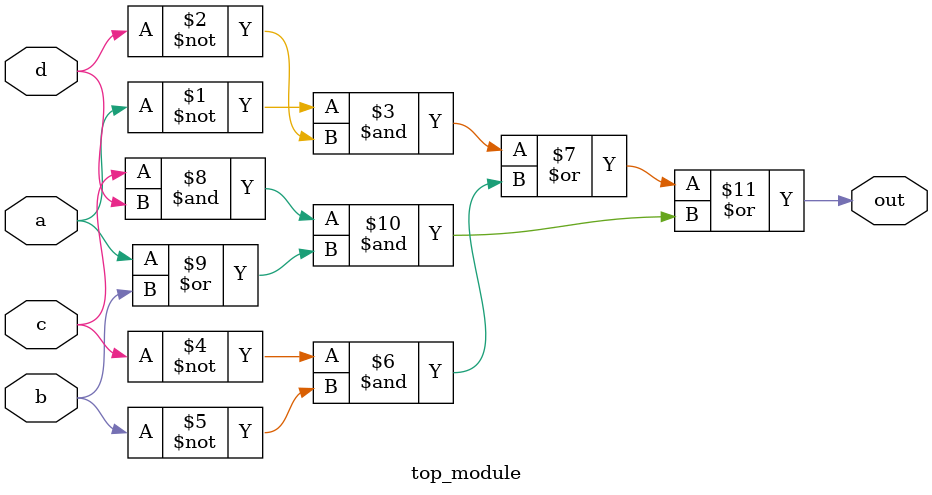
<source format=v>
module top_module(
    input a,
    input b,
    input c,
    input d,
    output out  ); 

  // there are two groups of 4 minterms
  assign out = (~a & ~d) | (~c & ~b) | (c & d & (a | b));

  //  which is equivalent to 
  // assign out = (~b & ~c) | (~a & ~d) | (~a & b & c) | (a & c & d);

endmodule

</source>
